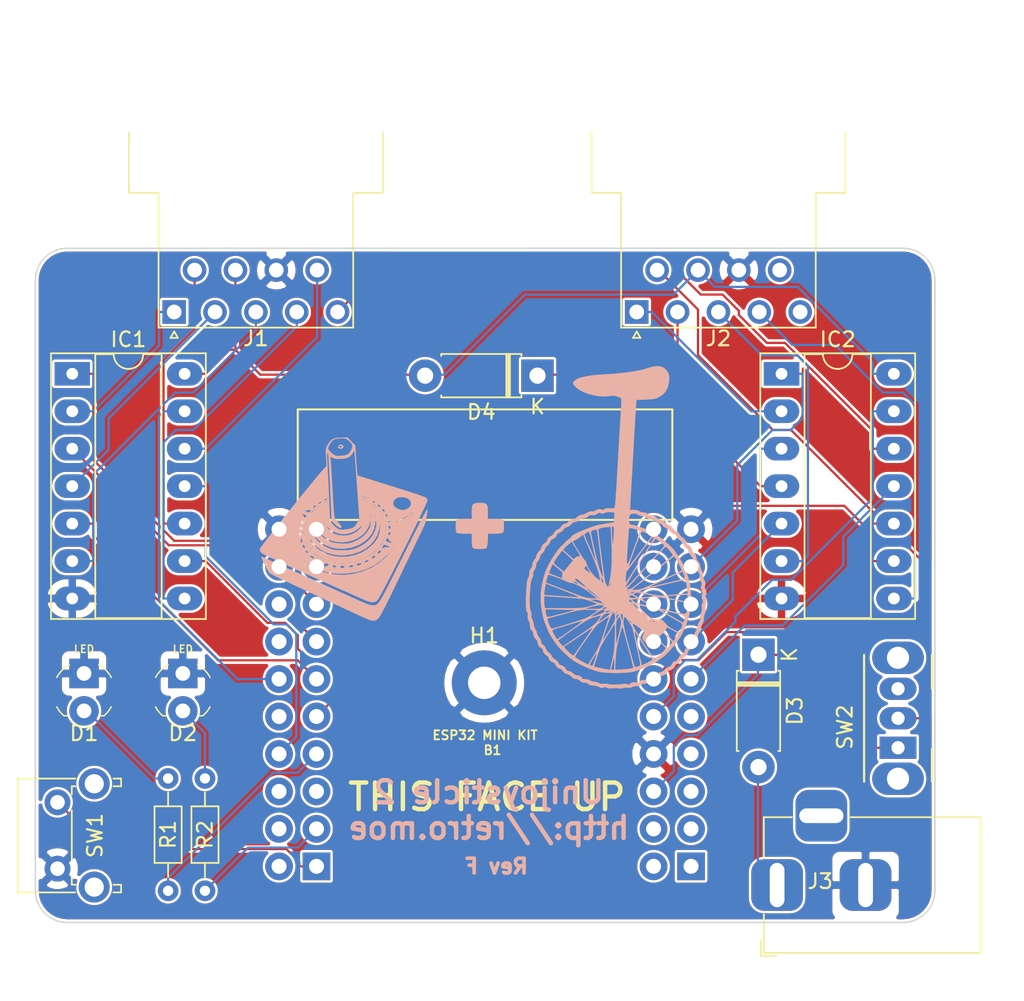
<source format=kicad_pcb>
(kicad_pcb (version 20171130) (host pcbnew 5.1.6-c6e7f7d~87~ubuntu20.04.1)
  (title_block (title "Unijoysticle 2") (date 2019-09-27) (rev D) (company "Retro Moe"))
  (layers (0 F.Cu signal) (31 B.Cu signal) (34 B.Paste user) (35 F.Paste user) (36 B.SilkS user) (37 F.SilkS user) (38 B.Mask user) (39 F.Mask user) (44 Edge.Cuts user))
  (net 0 "")
  (net 1 GND)
  (net 2 GPIO_J1POTX)
  (net 3 GPIO_J1DOWN)
  (net 4 GPIO_J1UP)
  (net 5 GPIO_J1POTY)
  (net 6 GPIO_J2LEFT)
  (net 7 GPIO_J2FIRE)
  (net 8 GPIO_J2RIGHT)
  (net 9 GPIO_J2DOWN)
  (net 10 GPIO_J2UP)
  (net 11 GPIO_J1FIRE)
  (net 12 GPIO_J1RIGHT)
  (net 13 GPIO_J1LEFT)
  (net 14 J1UP)
  (net 15 J1LEFT)
  (net 16 J1DOWN)
  (net 17 J1RIGHT)
  (net 18 J1POTX)
  (net 19 J1POTY)
  (net 20 J1FIRE)
  (net 21 J2UP)
  (net 22 J2LEFT)
  (net 23 J2DOWN)
  (net 24 J2RIGHT)
  (net 25 J2FIRE)
  (net 26 "Net-(D1-Pad2)")
  (net 27 VDD)
  (net 28 GPIO_SWITCH_JOY)
  (net 29 GPIO_J1LED)
  (net 30 GPIO_J2LED)
  (net 31 "Net-(D2-Pad2)")
  (net 32 "Net-(D3-Pad2)")
  (net 33 J1POWER)
  (net 34 "Net-(D4-Pad1)")
  (module Diode_THT:D_DO-41_SOD81_P7.62mm_Horizontal (layer F.Cu) (at 146.05 83.566 180)
    (fp_text reference D4 (at 3.81 -2.47) (layer F.SilkS))
    (fp_text value 1N5819)
    (fp_text user K (at 0 -2.1) (layer F.SilkS))
    (pad 2 thru_hole oval (at 7.62 0 180) (size 2.2 2.2) (drill 1.1) (layers *.Cu *.Mask) (net 33 J1POWER))
    (pad 1 thru_hole rect (at 0 0 180) (size 2.2 2.2) (drill 1.1) (layers *.Cu *.Mask) (net 34 "Net-(D4-Pad1)"))
  )
  (module Diode_THT:D_DO-41_SOD81_P7.62mm_Horizontal (layer F.Cu) (at 161.036 102.489 270)
    (fp_text reference D3 (at 3.81 -2.47 90) (layer F.SilkS))
    (fp_text value 1N5819)
    (fp_text user K (at 0 -2.1 90) (layer F.SilkS))
    (pad 2 thru_hole oval (at 7.62 0 270) (size 2.2 2.2) (drill 1.1) (layers *.Cu *.Mask) (net 32 "Net-(D3-Pad2)"))
    (pad 1 thru_hole rect (at 0 0 270) (size 2.2 2.2) (drill 1.1) (layers *.Cu *.Mask) (net 27 VDD))
  )
  (module MountingHole:MountingHole_2.2mm_M2_Pad (layer F.Cu) (at 142.44 104.394)
    (fp_text reference H1 (at 0 -3.2) (layer F.SilkS))
    (fp_text value MountingHole_Pad)
    (pad 1 thru_hole circle (at 0 0) (size 4.4 4.4) (drill 2.2) (layers *.Cu *.Mask) (net 1 GND))
  )
  (module Unijoysticle:unijoysticle_logo (layer B.Cu) (at 142.24 93.98 180)
    (fp_text reference G*** hide)
    (fp_text value LOGO hide)
  )
  (module Button_Switch_THT:SW_CuK_OS102011MA1QN1_SPDT_Angled (layer F.Cu) (at 170.5 108.8 90)
    (fp_text reference SW2 (at 1.4 -3.6 270) (layer F.SilkS))
    (fp_text value SW_SPST)
    (pad "" thru_hole oval (at 6.1 0 90) (size 2.2 3.5) (drill 1.5) (layers *.Cu *.Mask))
    (pad "" thru_hole oval (at -2.1 0 90) (size 2.2 3.5) (drill 1.5) (layers *.Cu *.Mask))
    (pad 3 thru_hole oval (at 4 0 90) (size 1.5 2.5) (drill 0.9) (layers *.Cu *.Mask))
    (pad 2 thru_hole oval (at 2 0 90) (size 1.5 2.5) (drill 0.9) (layers *.Cu *.Mask) (net 34 "Net-(D4-Pad1)"))
    (pad 1 thru_hole rect (at 0 0 90) (size 1.5 2.5) (drill 0.9) (layers *.Cu *.Mask) (net 27 VDD))
  )
  (module Package_DIP:DIP-14_W7.62mm_Socket_LongPads (layer F.Cu) (at 162.6 83.439)
    (fp_text reference IC2 (at 3.81 -2.33) (layer F.SilkS))
    (fp_text value 74LS05)
    (pad 14 thru_hole oval (at 7.62 0) (size 2.4 1.6) (drill 0.8) (layers *.Cu *.Mask) (net 33 J1POWER))
    (pad 7 thru_hole oval (at 0 15.24) (size 2.4 1.6) (drill 0.8) (layers *.Cu *.Mask) (net 1 GND))
    (pad 13 thru_hole oval (at 7.62 2.54) (size 2.4 1.6) (drill 0.8) (layers *.Cu *.Mask) (net 5 GPIO_J1POTY))
    (pad 6 thru_hole oval (at 0 12.7) (size 2.4 1.6) (drill 0.8) (layers *.Cu *.Mask) (net 22 J2LEFT))
    (pad 12 thru_hole oval (at 7.62 5.08) (size 2.4 1.6) (drill 0.8) (layers *.Cu *.Mask) (net 19 J1POTY))
    (pad 5 thru_hole oval (at 0 10.16) (size 2.4 1.6) (drill 0.8) (layers *.Cu *.Mask) (net 6 GPIO_J2LEFT))
    (pad 11 thru_hole oval (at 7.62 7.62) (size 2.4 1.6) (drill 0.8) (layers *.Cu *.Mask) (net 7 GPIO_J2FIRE))
    (pad 4 thru_hole oval (at 0 7.62) (size 2.4 1.6) (drill 0.8) (layers *.Cu *.Mask) (net 23 J2DOWN))
    (pad 10 thru_hole oval (at 7.62 10.16) (size 2.4 1.6) (drill 0.8) (layers *.Cu *.Mask) (net 25 J2FIRE))
    (pad 3 thru_hole oval (at 0 5.08) (size 2.4 1.6) (drill 0.8) (layers *.Cu *.Mask) (net 9 GPIO_J2DOWN))
    (pad 9 thru_hole oval (at 7.62 12.7) (size 2.4 1.6) (drill 0.8) (layers *.Cu *.Mask) (net 8 GPIO_J2RIGHT))
    (pad 2 thru_hole oval (at 0 2.54) (size 2.4 1.6) (drill 0.8) (layers *.Cu *.Mask) (net 21 J2UP))
    (pad 8 thru_hole oval (at 7.62 15.24) (size 2.4 1.6) (drill 0.8) (layers *.Cu *.Mask) (net 24 J2RIGHT))
    (pad 1 thru_hole rect (at 0 0) (size 2.4 1.6) (drill 0.8) (layers *.Cu *.Mask) (net 10 GPIO_J2UP))
  )
  (module Package_DIP:DIP-14_W7.62mm_Socket_LongPads (layer F.Cu) (at 114.5 83.439)
    (fp_text reference IC1 (at 3.81 -2.33) (layer F.SilkS))
    (fp_text value 74LS05)
    (pad 14 thru_hole oval (at 7.62 0) (size 2.4 1.6) (drill 0.8) (layers *.Cu *.Mask) (net 33 J1POWER))
    (pad 7 thru_hole oval (at 0 15.24) (size 2.4 1.6) (drill 0.8) (layers *.Cu *.Mask) (net 1 GND))
    (pad 13 thru_hole oval (at 7.62 2.54) (size 2.4 1.6) (drill 0.8) (layers *.Cu *.Mask) (net 2 GPIO_J1POTX))
    (pad 6 thru_hole oval (at 0 12.7) (size 2.4 1.6) (drill 0.8) (layers *.Cu *.Mask) (net 15 J1LEFT))
    (pad 12 thru_hole oval (at 7.62 5.08) (size 2.4 1.6) (drill 0.8) (layers *.Cu *.Mask) (net 18 J1POTX))
    (pad 5 thru_hole oval (at 0 10.16) (size 2.4 1.6) (drill 0.8) (layers *.Cu *.Mask) (net 13 GPIO_J1LEFT))
    (pad 11 thru_hole oval (at 7.62 7.62) (size 2.4 1.6) (drill 0.8) (layers *.Cu *.Mask) (net 11 GPIO_J1FIRE))
    (pad 4 thru_hole oval (at 0 7.62) (size 2.4 1.6) (drill 0.8) (layers *.Cu *.Mask) (net 16 J1DOWN))
    (pad 10 thru_hole oval (at 7.62 10.16) (size 2.4 1.6) (drill 0.8) (layers *.Cu *.Mask) (net 20 J1FIRE))
    (pad 3 thru_hole oval (at 0 5.08) (size 2.4 1.6) (drill 0.8) (layers *.Cu *.Mask) (net 3 GPIO_J1DOWN))
    (pad 9 thru_hole oval (at 7.62 12.7) (size 2.4 1.6) (drill 0.8) (layers *.Cu *.Mask) (net 12 GPIO_J1RIGHT))
    (pad 2 thru_hole oval (at 0 2.54) (size 2.4 1.6) (drill 0.8) (layers *.Cu *.Mask) (net 14 J1UP))
    (pad 8 thru_hole oval (at 7.62 15.24) (size 2.4 1.6) (drill 0.8) (layers *.Cu *.Mask) (net 17 J1RIGHT))
    (pad 1 thru_hole rect (at 0 0) (size 2.4 1.6) (drill 0.8) (layers *.Cu *.Mask) (net 4 GPIO_J1UP))
  )
  (module Unijoysticle:BarrelJack_Horizontal (layer F.Cu) (at 162.3 118.11 180)
    (fp_text reference J3 (at -2.921 0.254 180) (layer F.SilkS))
    (fp_text value Barrel_Jack)
    (pad 3 thru_hole roundrect (at -3 4.7 180) (size 3.5 3.5) (drill oval 3 1) (layers *.Cu *.Mask))
    (pad 2 thru_hole roundrect (at -6 0 180) (size 3.5 3.5) (drill oval 1 3) (layers *.Cu *.Mask) (net 1 GND))
    (pad 1 thru_hole roundrect (at 0 0 180) (size 3.5 3.5) (drill oval 1 3) (layers *.Cu *.Mask) (net 32 "Net-(D3-Pad2)"))
  )
  (module Unijoysticle:MH-ET_LIVE_MINIKIT_ESP32 (layer F.Cu) (at 127.254 125.73)
    (fp_text reference B1 (at 15.748 -16.764) (layer F.SilkS) (effects (font (size 0.6096 0.6096) (thickness 0.127))))
    (fp_text value "ESP32 MINI KIT" (at 15.24 -17.78) (layer F.SilkS) (effects (font (size 0.6096 0.6096) (thickness 0.127))))
    (pad 6 thru_hole rect (at 29.21 -8.89) (size 1.8796 1.8796) (drill 1.016) (layers *.Cu *.Mask))
    (pad 8 thru_hole circle (at 29.21 -11.43) (size 1.8796 1.8796) (drill 1.016) (layers *.Cu *.Mask))
    (pad "" thru_hole circle (at 29.21 -13.97) (size 1.8796 1.8796) (drill 1.016) (layers *.Cu *.Mask))
    (pad 0 thru_hole circle (at 29.21 -16.51) (size 1.8796 1.8796) (drill 1.016) (layers *.Cu *.Mask))
    (pad 4 thru_hole circle (at 29.21 -19.05) (size 1.8796 1.8796) (drill 1.016) (layers *.Cu *.Mask))
    (pad 12 thru_hole circle (at 29.21 -21.59) (size 1.8796 1.8796) (drill 1.016) (layers *.Cu *.Mask) (net 7 GPIO_J2FIRE))
    (pad 32 thru_hole circle (at 29.21 -24.13) (size 1.8796 1.8796) (drill 1.016) (layers *.Cu *.Mask) (net 6 GPIO_J2LEFT))
    (pad 25 thru_hole circle (at 29.21 -26.67) (size 1.8796 1.8796) (drill 1.016) (layers *.Cu *.Mask) (net 9 GPIO_J2DOWN))
    (pad 27 thru_hole circle (at 29.21 -29.21) (size 1.8796 1.8796) (drill 1.016) (layers *.Cu *.Mask) (net 10 GPIO_J2UP))
    (pad 1 thru_hole circle (at 29.21 -31.75) (size 1.8796 1.8796) (drill 1.016) (layers *.Cu *.Mask) (net 1 GND))
    (pad 7 thru_hole circle (at 26.67 -8.89) (size 1.8796 1.8796) (drill 1.016) (layers *.Cu *.Mask))
    (pad 15 thru_hole circle (at 26.67 -11.43) (size 1.8796 1.8796) (drill 1.016) (layers *.Cu *.Mask))
    (pad 2 thru_hole circle (at 26.67 -13.97) (size 1.8796 1.8796) (drill 1.016) (layers *.Cu *.Mask) (net 27 VDD))
    (pad 1 thru_hole circle (at 26.67 -16.51) (size 1.8796 1.8796) (drill 1.016) (layers *.Cu *.Mask) (net 1 GND))
    (pad 16 thru_hole circle (at 26.67 -19.05) (size 1.8796 1.8796) (drill 1.016) (layers *.Cu *.Mask) (net 5 GPIO_J1POTY))
    (pad 17 thru_hole circle (at 26.67 -21.59) (size 1.8796 1.8796) (drill 1.016) (layers *.Cu *.Mask) (net 8 GPIO_J2RIGHT))
    (pad 21 thru_hole circle (at 26.67 -24.13) (size 1.8796 1.8796) (drill 1.016) (layers *.Cu *.Mask))
    (pad 22 thru_hole circle (at 26.67 -26.67) (size 1.8796 1.8796) (drill 1.016) (layers *.Cu *.Mask))
    (pad 3 thru_hole circle (at 26.67 -29.21) (size 1.8796 1.8796) (drill 1.016) (layers *.Cu *.Mask))
    (pad "" thru_hole circle (at 26.67 -31.75) (size 1.8796 1.8796) (drill 1.016) (layers *.Cu *.Mask))
    (pad "" thru_hole circle (at 3.81 -31.75) (size 1.8796 1.8796) (drill 1.016) (layers *.Cu *.Mask))
    (pad 36 thru_hole circle (at 3.81 -29.21) (size 1.8796 1.8796) (drill 1.016) (layers *.Cu *.Mask))
    (pad 26 thru_hole circle (at 3.81 -26.67) (size 1.8796 1.8796) (drill 1.016) (layers *.Cu *.Mask) (net 4 GPIO_J1UP))
    (pad 18 thru_hole circle (at 3.81 -24.13) (size 1.8796 1.8796) (drill 1.016) (layers *.Cu *.Mask) (net 3 GPIO_J1DOWN))
    (pad 19 thru_hole circle (at 3.81 -21.59) (size 1.8796 1.8796) (drill 1.016) (layers *.Cu *.Mask) (net 13 GPIO_J1LEFT))
    (pad 23 thru_hole circle (at 3.81 -19.05) (size 1.8796 1.8796) (drill 1.016) (layers *.Cu *.Mask) (net 12 GPIO_J1RIGHT))
    (pad 5 thru_hole circle (at 3.81 -16.51) (size 1.8796 1.8796) (drill 1.016) (layers *.Cu *.Mask) (net 29 GPIO_J1LED))
    (pad "" thru_hole circle (at 3.81 -13.97) (size 1.8796 1.8796) (drill 1.016) (layers *.Cu *.Mask))
    (pad 13 thru_hole circle (at 3.81 -11.43) (size 1.8796 1.8796) (drill 1.016) (layers *.Cu *.Mask) (net 30 GPIO_J2LED))
    (pad 10 thru_hole rect (at 3.81 -8.89) (size 1.8796 1.8796) (drill 1.016) (layers *.Cu *.Mask) (net 28 GPIO_SWITCH_JOY))
    (pad 1 thru_hole circle (at 1.27 -31.75) (size 1.8796 1.8796) (drill 1.016) (layers *.Cu *.Mask) (net 1 GND))
    (pad "" thru_hole circle (at 1.27 -29.21) (size 1.8796 1.8796) (drill 1.016) (layers *.Cu *.Mask))
    (pad 39 thru_hole circle (at 1.27 -26.67) (size 1.8796 1.8796) (drill 1.016) (layers *.Cu *.Mask))
    (pad 35 thru_hole circle (at 1.27 -24.13) (size 1.8796 1.8796) (drill 1.016) (layers *.Cu *.Mask))
    (pad 33 thru_hole circle (at 1.27 -21.59) (size 1.8796 1.8796) (drill 1.016) (layers *.Cu *.Mask) (net 2 GPIO_J1POTX))
    (pad 34 thru_hole circle (at 1.27 -19.05) (size 1.8796 1.8796) (drill 1.016) (layers *.Cu *.Mask))
    (pad 14 thru_hole circle (at 1.27 -16.51) (size 1.8796 1.8796) (drill 1.016) (layers *.Cu *.Mask) (net 11 GPIO_J1FIRE))
    (pad "" thru_hole circle (at 1.27 -13.97) (size 1.8796 1.8796) (drill 1.016) (layers *.Cu *.Mask))
    (pad 9 thru_hole circle (at 1.27 -11.43) (size 1.8796 1.8796) (drill 1.016) (layers *.Cu *.Mask))
    (pad 11 thru_hole circle (at 1.27 -8.89) (size 1.8796 1.8796) (drill 1.016) (layers *.Cu *.Mask))
  )
  (module Resistor_THT:R_Axial_DIN0204_L3.6mm_D1.6mm_P7.62mm_Horizontal (layer F.Cu) (at 123.5 118.5 90)
    (fp_text reference R2 (at 3.81 0 90) (layer F.SilkS))
    (fp_text value 150)
    (pad 2 thru_hole oval (at 7.62 0 90) (size 1.4 1.4) (drill 0.7) (layers *.Cu *.Mask) (net 31 "Net-(D2-Pad2)"))
    (pad 1 thru_hole circle (at 0 0 90) (size 1.4 1.4) (drill 0.7) (layers *.Cu *.Mask) (net 30 GPIO_J2LED))
  )
  (module Resistor_THT:R_Axial_DIN0204_L3.6mm_D1.6mm_P7.62mm_Horizontal (layer F.Cu) (at 121 118.5 90)
    (fp_text reference R1 (at 3.81 0 90) (layer F.SilkS))
    (fp_text value 150)
    (pad 2 thru_hole oval (at 7.62 0 90) (size 1.4 1.4) (drill 0.7) (layers *.Cu *.Mask) (net 26 "Net-(D1-Pad2)"))
    (pad 1 thru_hole circle (at 0 0 90) (size 1.4 1.4) (drill 0.7) (layers *.Cu *.Mask) (net 29 GPIO_J1LED))
  )
  (module digikey-footprints:LED_3mm_Radial (layer F.Cu) (at 115.3 106.3 270)
    (fp_text reference D1 (at 1.524 0) (layer F.SilkS))
    (fp_text value LED (at -4.191 0) (layer F.SilkS) (effects (font (size 0.5 0.5) (thickness 0.1))))
    (pad 2 thru_hole circle (at 0 0 270) (size 2 2) (drill 1) (layers *.Cu *.Mask) (net 26 "Net-(D1-Pad2)"))
    (pad 1 thru_hole rect (at -2.54 0 270) (size 2 2) (drill 1) (layers *.Cu *.Mask) (net 1 GND))
  )
  (module Button_Switch_THT:SW_Tactile_SPST_Angled_PTS645Vx39-2LFS (layer F.Cu) (at 113.5 117 90)
    (fp_text reference SW1 (at 2.25 2.54 90) (layer F.SilkS))
    (fp_text value SW_Push)
    (pad "" thru_hole circle (at 5.76 2.49 90) (size 2.1 2.1) (drill 1.3) (layers *.Cu *.Mask))
    (pad 2 thru_hole circle (at 4.5 0 90) (size 1.75 1.75) (drill 0.99) (layers *.Cu *.Mask) (net 28 GPIO_SWITCH_JOY))
    (pad 1 thru_hole circle (at 0 0 90) (size 1.75 1.75) (drill 0.99) (layers *.Cu *.Mask) (net 1 GND))
    (pad "" thru_hole circle (at -1.25 2.49 90) (size 2.1 2.1) (drill 1.3) (layers *.Cu *.Mask))
  )
  (module Connector_Dsub:DSUB-9_Female_Horizontal_P2.77x2.84mm_EdgePinOffset9.40mm (layer F.Cu) (at 121.412 79.248 180)
    (fp_text reference J1 (at -5.54 -1.8 180) (layer F.SilkS))
    (fp_text value DB9_Female)
    (pad 1 thru_hole rect (at 0 0 180) (size 1.6 1.6) (drill 1) (layers *.Cu *.Mask) (net 14 J1UP))
    (pad 2 thru_hole circle (at -2.77 0 180) (size 1.6 1.6) (drill 1) (layers *.Cu *.Mask) (net 16 J1DOWN))
    (pad 3 thru_hole circle (at -5.54 0 180) (size 1.6 1.6) (drill 1) (layers *.Cu *.Mask) (net 15 J1LEFT))
    (pad 4 thru_hole circle (at -8.31 0 180) (size 1.6 1.6) (drill 1) (layers *.Cu *.Mask) (net 17 J1RIGHT))
    (pad 5 thru_hole circle (at -11.08 0 180) (size 1.6 1.6) (drill 1) (layers *.Cu *.Mask) (net 19 J1POTY))
    (pad 6 thru_hole circle (at -1.385 2.84 180) (size 1.6 1.6) (drill 1) (layers *.Cu *.Mask) (net 20 J1FIRE))
    (pad 7 thru_hole circle (at -4.155 2.84 180) (size 1.6 1.6) (drill 1) (layers *.Cu *.Mask) (net 33 J1POWER))
    (pad 8 thru_hole circle (at -6.925 2.84 180) (size 1.6 1.6) (drill 1) (layers *.Cu *.Mask) (net 1 GND))
    (pad 9 thru_hole circle (at -9.695 2.84 180) (size 1.6 1.6) (drill 1) (layers *.Cu *.Mask) (net 18 J1POTX))
  )
  (module digikey-footprints:LED_3mm_Radial (layer F.Cu) (at 122 106.3 270)
    (fp_text reference D2 (at 1.524 0) (layer F.SilkS))
    (fp_text value LED (at -4.191 0 180) (layer F.SilkS) (effects (font (size 0.5 0.5) (thickness 0.1))))
    (pad 2 thru_hole circle (at 0 0 270) (size 2 2) (drill 1) (layers *.Cu *.Mask) (net 31 "Net-(D2-Pad2)"))
    (pad 1 thru_hole rect (at -2.54 0 270) (size 2 2) (drill 1) (layers *.Cu *.Mask) (net 1 GND))
  )
  (module Connector_Dsub:DSUB-9_Female_Horizontal_P2.77x2.84mm_EdgePinOffset9.40mm (layer F.Cu) (at 152.781 79.248 180)
    (fp_text reference J2 (at -5.54 -1.8 180) (layer F.SilkS))
    (fp_text value DB9_Female)
    (pad 1 thru_hole rect (at 0 0 180) (size 1.6 1.6) (drill 1) (layers *.Cu *.Mask) (net 21 J2UP))
    (pad 2 thru_hole circle (at -2.77 0 180) (size 1.6 1.6) (drill 1) (layers *.Cu *.Mask) (net 23 J2DOWN))
    (pad 3 thru_hole circle (at -5.54 0 180) (size 1.6 1.6) (drill 1) (layers *.Cu *.Mask) (net 22 J2LEFT))
    (pad 4 thru_hole circle (at -8.31 0 180) (size 1.6 1.6) (drill 1) (layers *.Cu *.Mask) (net 24 J2RIGHT))
    (pad 5 thru_hole circle (at -11.08 0 180) (size 1.6 1.6) (drill 1) (layers *.Cu *.Mask))
    (pad 6 thru_hole circle (at -1.385 2.84 180) (size 1.6 1.6) (drill 1) (layers *.Cu *.Mask) (net 25 J2FIRE))
    (pad 7 thru_hole circle (at -4.155 2.84 180) (size 1.6 1.6) (drill 1) (layers *.Cu *.Mask) (net 33 J1POWER))
    (pad 8 thru_hole circle (at -6.925 2.84 180) (size 1.6 1.6) (drill 1) (layers *.Cu *.Mask) (net 1 GND))
    (pad 9 thru_hole circle (at -9.695 2.84 180) (size 1.6 1.6) (drill 1) (layers *.Cu *.Mask))
  )
  (gr_arc (start 170.84 118.491) (end 170.84 120.65) (angle -90) (layer Edge.Cuts) (width 0.1))
  (gr_arc (start 114.159 118.491) (end 114.159 120.65) (angle 90) (layer Edge.Cuts) (width 0.1))
  (gr_text "Rev F" (at 143.256 116.84) (layer B.SilkS) (effects (font (size 1 1) (thickness 0.25)) (justify mirror)))
  (gr_arc (start 170.84 77.089) (end 173 77.089) (angle -90) (layer Edge.Cuts) (width 0.1))
  (gr_arc (start 114.159 77.089) (end 114.159 74.93) (angle -90) (layer Edge.Cuts) (width 0.1))
  (gr_text "THIS FACE UP" (at 142.621 112.141) (layer F.SilkS) (effects (font (size 1.8 1.8) (thickness 0.3))))
  (gr_text "Unijoysticle 2\nhttp://retro.moe" (at 142.748 113.03) (layer B.SilkS) (effects (font (size 1.5 1.5) (thickness 0.3)) (justify mirror)))
  (gr_line (start 114.159 120.65) (end 170.84 120.65) (layer Edge.Cuts) (width 0.1))
  (gr_line (start 112 77.089) (end 112 118.491) (layer Edge.Cuts) (width 0.1))
  (gr_line (start 170.84 74.929) (end 114.159 74.93) (layer Edge.Cuts) (width 0.1))
  (gr_line (start 173 77.089) (end 172.999 118.491) (layer Edge.Cuts) (width 0.1))
  (segment (start 122.12 85.979) (end 120.6911 85.979) (width 0.1524) (layer B.Cu) (net 2))
  (segment (start 128.524 104.14) (end 125.7002 104.14) (width 0.1524) (layer B.Cu) (net 2))
  (segment (start 125.7002 104.14) (end 120.3835 98.8233) (width 0.1524) (layer B.Cu) (net 2))
  (segment (start 120.3835 98.8233) (end 120.3835 86.2866) (width 0.1524) (layer B.Cu) (net 2))
  (segment (start 120.3835 86.2866) (end 120.6911 85.979) (width 0.1524) (layer B.Cu) (net 2))
  (segment (start 114.5 88.519) (end 121.05 95.069) (width 0.1524) (layer F.Cu) (net 3))
  (segment (start 121.05 95.069) (end 124.0127 95.069) (width 0.1524) (layer F.Cu) (net 3))
  (segment (start 124.0127 95.069) (end 126.7337 97.79) (width 0.1524) (layer F.Cu) (net 3))
  (segment (start 126.7337 97.79) (end 128.923 97.79) (width 0.1524) (layer F.Cu) (net 3))
  (segment (start 128.923 97.79) (end 129.794 98.661) (width 0.1524) (layer F.Cu) (net 3))
  (segment (start 129.794 98.661) (end 129.794 100.33) (width 0.1524) (layer F.Cu) (net 3))
  (segment (start 129.794 100.33) (end 131.064 101.6) (width 0.1524) (layer F.Cu) (net 3))
  (segment (start 114.5 83.439) (end 115.9289 83.439) (width 0.1524) (layer F.Cu) (net 4))
  (segment (start 131.064 99.06) (end 129.6928 97.6888) (width 0.1524) (layer F.Cu) (net 4))
  (segment (start 129.6928 97.6888) (end 129.6928 96.0013) (width 0.1524) (layer F.Cu) (net 4))
  (segment (start 129.6928 96.0013) (end 129.0427 95.3512) (width 0.1524) (layer F.Cu) (net 4))
  (segment (start 129.0427 95.3512) (end 126.0301 95.3512) (width 0.1524) (layer F.Cu) (net 4))
  (segment (start 126.0301 95.3512) (end 125.4427 94.7638) (width 0.1524) (layer F.Cu) (net 4))
  (segment (start 125.4427 94.7638) (end 121.4107 94.7638) (width 0.1524) (layer F.Cu) (net 4))
  (segment (start 121.4107 94.7638) (end 115.9289 89.282) (width 0.1524) (layer F.Cu) (net 4))
  (segment (start 115.9289 89.282) (end 115.9289 83.439) (width 0.1524) (layer F.Cu) (net 4))
  (segment (start 170.22 85.979) (end 168.7911 85.979) (width 0.1524) (layer B.Cu) (net 5))
  (segment (start 153.924 106.68) (end 155.2953 105.3087) (width 0.1524) (layer B.Cu) (net 5))
  (segment (start 155.2953 105.3087) (end 155.2953 103.633) (width 0.1524) (layer B.Cu) (net 5))
  (segment (start 155.2953 103.633) (end 156.0583 102.87) (width 0.1524) (layer B.Cu) (net 5))
  (segment (start 156.0583 102.87) (end 156.8597 102.87) (width 0.1524) (layer B.Cu) (net 5))
  (segment (start 156.8597 102.87) (end 159.4687 100.261) (width 0.1524) (layer B.Cu) (net 5))
  (segment (start 159.4687 100.261) (end 159.4687 99.9044) (width 0.1524) (layer B.Cu) (net 5))
  (segment (start 159.4687 99.9044) (end 161.9641 97.409) (width 0.1524) (layer B.Cu) (net 5))
  (segment (start 161.9641 97.409) (end 163.2547 97.409) (width 0.1524) (layer B.Cu) (net 5))
  (segment (start 163.2547 97.409) (end 168.7911 91.8726) (width 0.1524) (layer B.Cu) (net 5))
  (segment (start 168.7911 91.8726) (end 168.7911 85.979) (width 0.1524) (layer B.Cu) (net 5))
  (segment (start 156.464 101.6) (end 159.2939 98.7701) (width 0.1524) (layer B.Cu) (net 6))
  (segment (start 159.2939 98.7701) (end 159.2939 96.9051) (width 0.1524) (layer B.Cu) (net 6))
  (segment (start 159.2939 96.9051) (end 162.6 93.599) (width 0.1524) (layer B.Cu) (net 6))
  (segment (start 156.464 104.14) (end 160.0937 100.5103) (width 0.1524) (layer B.Cu) (net 7))
  (segment (start 160.0937 100.5103) (end 162.6827 100.5103) (width 0.1524) (layer B.Cu) (net 7))
  (segment (start 162.6827 100.5103) (end 166.7846 96.4084) (width 0.1524) (layer B.Cu) (net 7))
  (segment (start 166.7846 96.4084) (end 166.7846 94.4944) (width 0.1524) (layer B.Cu) (net 7))
  (segment (start 166.7846 94.4944) (end 170.22 91.059) (width 0.1524) (layer B.Cu) (net 7))
  (segment (start 170.22 96.139) (end 168.7911 96.139) (width 0.1524) (layer F.Cu) (net 8))
  (segment (start 153.924 104.14) (end 155.2154 102.8486) (width 0.1524) (layer F.Cu) (net 8))
  (segment (start 155.2154 102.8486) (end 156.9743 102.8486) (width 0.1524) (layer F.Cu) (net 8))
  (segment (start 156.9743 102.8486) (end 158.8679 100.955) (width 0.1524) (layer F.Cu) (net 8))
  (segment (start 158.8679 100.955) (end 163.9751 100.955) (width 0.1524) (layer F.Cu) (net 8))
  (segment (start 163.9751 100.955) (end 168.7911 96.139) (width 0.1524) (layer F.Cu) (net 8))
  (segment (start 162.6 88.519) (end 161.1711 88.519) (width 0.1524) (layer B.Cu) (net 9))
  (segment (start 156.464 99.06) (end 161.1711 94.3529) (width 0.1524) (layer B.Cu) (net 9))
  (segment (start 161.1711 94.3529) (end 161.1711 88.519) (width 0.1524) (layer B.Cu) (net 9))
  (segment (start 162.6 83.439) (end 164.0289 83.439) (width 0.1524) (layer B.Cu) (net 10))
  (segment (start 156.464 96.52) (end 159.5976 93.3864) (width 0.1524) (layer B.Cu) (net 10))
  (segment (start 159.5976 93.3864) (end 159.5976 89.6344) (width 0.1524) (layer B.Cu) (net 10))
  (segment (start 159.5976 89.6344) (end 161.983 87.249) (width 0.1524) (layer B.Cu) (net 10))
  (segment (start 161.983 87.249) (end 163.2275 87.249) (width 0.1524) (layer B.Cu) (net 10))
  (segment (start 163.2275 87.249) (end 164.0289 86.4476) (width 0.1524) (layer B.Cu) (net 10))
  (segment (start 164.0289 86.4476) (end 164.0289 83.439) (width 0.1524) (layer B.Cu) (net 10))
  (segment (start 122.12 91.059) (end 123.5489 91.059) (width 0.1524) (layer B.Cu) (net 11))
  (segment (start 128.524 109.22) (end 129.6928 108.0512) (width 0.1524) (layer B.Cu) (net 11))
  (segment (start 129.6928 108.0512) (end 129.6928 101.0813) (width 0.1524) (layer B.Cu) (net 11))
  (segment (start 129.6928 101.0813) (end 129.0427 100.4312) (width 0.1524) (layer B.Cu) (net 11))
  (segment (start 129.0427 100.4312) (end 128.1572 100.4312) (width 0.1524) (layer B.Cu) (net 11))
  (segment (start 128.1572 100.4312) (end 123.5489 95.8229) (width 0.1524) (layer B.Cu) (net 11))
  (segment (start 123.5489 95.8229) (end 123.5489 91.059) (width 0.1524) (layer B.Cu) (net 11))
  (segment (start 122.12 96.139) (end 123.5489 96.139) (width 0.1524) (layer F.Cu) (net 12))
  (segment (start 131.064 106.68) (end 132.2545 105.4895) (width 0.1524) (layer F.Cu) (net 12))
  (segment (start 132.2545 105.4895) (end 132.2545 103.6172) (width 0.1524) (layer F.Cu) (net 12))
  (segment (start 132.2545 103.6172) (end 131.5075 102.8702) (width 0.1524) (layer F.Cu) (net 12))
  (segment (start 131.5075 102.8702) (end 130.5819 102.8702) (width 0.1524) (layer F.Cu) (net 12))
  (segment (start 130.5819 102.8702) (end 129.794 102.0823) (width 0.1524) (layer F.Cu) (net 12))
  (segment (start 129.794 102.0823) (end 129.794 101.1704) (width 0.1524) (layer F.Cu) (net 12))
  (segment (start 129.794 101.1704) (end 128.9536 100.33) (width 0.1524) (layer F.Cu) (net 12))
  (segment (start 128.9536 100.33) (end 127.7399 100.33) (width 0.1524) (layer F.Cu) (net 12))
  (segment (start 127.7399 100.33) (end 123.5489 96.139) (width 0.1524) (layer F.Cu) (net 12))
  (segment (start 114.5 93.599) (end 115.9289 93.599) (width 0.1524) (layer F.Cu) (net 13))
  (segment (start 131.064 104.14) (end 129.794 102.87) (width 0.1524) (layer F.Cu) (net 13))
  (segment (start 129.794 102.87) (end 124.3976 102.87) (width 0.1524) (layer F.Cu) (net 13))
  (segment (start 124.3976 102.87) (end 115.9289 94.4013) (width 0.1524) (layer F.Cu) (net 13))
  (segment (start 115.9289 94.4013) (end 115.9289 93.599) (width 0.1524) (layer F.Cu) (net 13))
  (segment (start 114.5 85.979) (end 115.9289 85.979) (width 0.1524) (layer B.Cu) (net 14))
  (segment (start 121.412 79.248) (end 120.3831 79.248) (width 0.1524) (layer B.Cu) (net 14))
  (segment (start 120.3831 79.248) (end 120.3831 81.5248) (width 0.1524) (layer B.Cu) (net 14))
  (segment (start 120.3831 81.5248) (end 115.9289 85.979) (width 0.1524) (layer B.Cu) (net 14))
  (segment (start 114.5 96.139) (end 115.9289 96.139) (width 0.1524) (layer B.Cu) (net 15))
  (segment (start 126.952 79.248) (end 126.952 80.47) (width 0.1524) (layer B.Cu) (net 15))
  (segment (start 126.952 80.47) (end 122.713 84.709) (width 0.1524) (layer B.Cu) (net 15))
  (segment (start 122.713 84.709) (end 121.4865 84.709) (width 0.1524) (layer B.Cu) (net 15))
  (segment (start 121.4865 84.709) (end 115.9289 90.2666) (width 0.1524) (layer B.Cu) (net 15))
  (segment (start 115.9289 90.2666) (end 115.9289 96.139) (width 0.1524) (layer B.Cu) (net 15))
  (segment (start 124.182 79.248) (end 116.9638 86.4662) (width 0.1524) (layer B.Cu) (net 16))
  (segment (start 116.9638 86.4662) (end 116.9638 88.5952) (width 0.1524) (layer B.Cu) (net 16))
  (segment (start 116.9638 88.5952) (end 114.5 91.059) (width 0.1524) (layer B.Cu) (net 16))
  (segment (start 122.12 98.679) (end 120.6911 98.679) (width 0.1524) (layer B.Cu) (net 17))
  (segment (start 129.722 79.248) (end 129.722 80.2371) (width 0.1524) (layer B.Cu) (net 17))
  (segment (start 129.722 80.2371) (end 122.7101 87.249) (width 0.1524) (layer B.Cu) (net 17))
  (segment (start 122.7101 87.249) (end 121.527 87.249) (width 0.1524) (layer B.Cu) (net 17))
  (segment (start 121.527 87.249) (end 120.6911 88.0849) (width 0.1524) (layer B.Cu) (net 17))
  (segment (start 120.6911 88.0849) (end 120.6911 98.679) (width 0.1524) (layer B.Cu) (net 17))
  (segment (start 122.12 88.519) (end 123.5489 88.519) (width 0.1524) (layer B.Cu) (net 18))
  (segment (start 131.107 76.408) (end 131.107 80.9609) (width 0.1524) (layer B.Cu) (net 18))
  (segment (start 131.107 80.9609) (end 123.5489 88.519) (width 0.1524) (layer B.Cu) (net 18))
  (segment (start 170.22 88.519) (end 168.7911 88.519) (width 0.1524) (layer F.Cu) (net 19))
  (segment (start 132.492 79.248) (end 136.393 75.347) (width 0.1524) (layer F.Cu) (net 19))
  (segment (start 136.393 75.347) (end 154.579 75.347) (width 0.1524) (layer F.Cu) (net 19))
  (segment (start 154.579 75.347) (end 155.551 76.319) (width 0.1524) (layer F.Cu) (net 19))
  (segment (start 155.551 76.319) (end 155.551 76.4955) (width 0.1524) (layer F.Cu) (net 19))
  (segment (start 155.551 76.4955) (end 157.1219 78.0664) (width 0.1524) (layer F.Cu) (net 19))
  (segment (start 157.1219 78.0664) (end 158.6042 78.0664) (width 0.1524) (layer F.Cu) (net 19))
  (segment (start 158.6042 78.0664) (end 159.7061 79.1683) (width 0.1524) (layer F.Cu) (net 19))
  (segment (start 159.7061 79.1683) (end 159.7061 79.4455) (width 0.1524) (layer F.Cu) (net 19))
  (segment (start 159.7061 79.4455) (end 161.6041 81.3435) (width 0.1524) (layer F.Cu) (net 19))
  (segment (start 161.6041 81.3435) (end 162.8377 81.3435) (width 0.1524) (layer F.Cu) (net 19))
  (segment (start 162.8377 81.3435) (end 168.7911 87.2969) (width 0.1524) (layer F.Cu) (net 19))
  (segment (start 168.7911 87.2969) (end 168.7911 88.519) (width 0.1524) (layer F.Cu) (net 19))
  (segment (start 122.12 93.599) (end 120.6911 93.599) (width 0.1524) (layer F.Cu) (net 20))
  (segment (start 122.797 76.408) (end 122.797 80.3987) (width 0.1524) (layer F.Cu) (net 20))
  (segment (start 122.797 80.3987) (end 120.6911 82.5046) (width 0.1524) (layer F.Cu) (net 20))
  (segment (start 120.6911 82.5046) (end 120.6911 93.599) (width 0.1524) (layer F.Cu) (net 20))
  (segment (start 152.781 79.248) (end 153.8099 79.248) (width 0.1524) (layer B.Cu) (net 21))
  (segment (start 153.8099 79.248) (end 160.5409 85.979) (width 0.1524) (layer B.Cu) (net 21))
  (segment (start 160.5409 85.979) (end 162.6 85.979) (width 0.1524) (layer B.Cu) (net 21))
  (segment (start 162.6 96.139) (end 164.0289 96.139) (width 0.1524) (layer B.Cu) (net 22))
  (segment (start 158.321 79.248) (end 161.2721 82.1991) (width 0.1524) (layer B.Cu) (net 22))
  (segment (start 161.2721 82.1991) (end 163.6858 82.1991) (width 0.1524) (layer B.Cu) (net 22))
  (segment (start 163.6858 82.1991) (end 164.3895 82.9028) (width 0.1524) (layer B.Cu) (net 22))
  (segment (start 164.3895 82.9028) (end 164.3895 95.7784) (width 0.1524) (layer B.Cu) (net 22))
  (segment (start 164.3895 95.7784) (end 164.0289 96.139) (width 0.1524) (layer B.Cu) (net 22))
  (segment (start 162.6 91.059) (end 161.1711 91.059) (width 0.1524) (layer F.Cu) (net 23))
  (segment (start 155.551 79.248) (end 155.551 85.4389) (width 0.1524) (layer F.Cu) (net 23))
  (segment (start 155.551 85.4389) (end 161.1711 91.059) (width 0.1524) (layer F.Cu) (net 23))
  (segment (start 170.22 98.679) (end 171.6489 98.679) (width 0.1524) (layer B.Cu) (net 24))
  (segment (start 161.091 79.248) (end 163.3231 81.4801) (width 0.1524) (layer B.Cu) (net 24))
  (segment (start 163.3231 81.4801) (end 166.2447 81.4801) (width 0.1524) (layer B.Cu) (net 24))
  (segment (start 166.2447 81.4801) (end 169.4736 84.709) (width 0.1524) (layer B.Cu) (net 24))
  (segment (start 169.4736 84.709) (end 170.8333 84.709) (width 0.1524) (layer B.Cu) (net 24))
  (segment (start 170.8333 84.709) (end 171.6489 85.5246) (width 0.1524) (layer B.Cu) (net 24))
  (segment (start 171.6489 85.5246) (end 171.6489 98.679) (width 0.1524) (layer B.Cu) (net 24))
  (segment (start 170.22 93.599) (end 168.7911 93.599) (width 0.1524) (layer F.Cu) (net 25))
  (segment (start 154.166 76.408) (end 154.2604 76.408) (width 0.1524) (layer F.Cu) (net 25))
  (segment (start 154.2604 76.408) (end 156.9361 79.0837) (width 0.1524) (layer F.Cu) (net 25))
  (segment (start 156.9361 79.0837) (end 156.9361 82.1734) (width 0.1524) (layer F.Cu) (net 25))
  (segment (start 156.9361 82.1734) (end 162.0117 87.249) (width 0.1524) (layer F.Cu) (net 25))
  (segment (start 162.0117 87.249) (end 163.2434 87.249) (width 0.1524) (layer F.Cu) (net 25))
  (segment (start 163.2434 87.249) (end 168.7911 92.7967) (width 0.1524) (layer F.Cu) (net 25))
  (segment (start 168.7911 92.7967) (end 168.7911 93.599) (width 0.1524) (layer F.Cu) (net 25))
  (segment (start 121 110.88) (end 120.0711 110.88) (width 0.1524) (layer B.Cu) (net 26))
  (segment (start 115.3 106.3) (end 115.4911 106.3) (width 0.1524) (layer B.Cu) (net 26))
  (segment (start 115.4911 106.3) (end 120.0711 110.88) (width 0.1524) (layer B.Cu) (net 26))
  (segment (start 161 102.5) (end 161 103.8289) (width 0.1524) (layer B.Cu) (net 27))
  (segment (start 153.924 111.76) (end 155.2953 110.3887) (width 0.1524) (layer B.Cu) (net 27))
  (segment (start 155.2953 110.3887) (end 155.2953 108.713) (width 0.1524) (layer B.Cu) (net 27))
  (segment (start 155.2953 108.713) (end 156.0583 107.95) (width 0.1524) (layer B.Cu) (net 27))
  (segment (start 156.0583 107.95) (end 156.8789 107.95) (width 0.1524) (layer B.Cu) (net 27))
  (segment (start 156.8789 107.95) (end 161 103.8289) (width 0.1524) (layer B.Cu) (net 27))
  (segment (start 161 102.5) (end 162.3289 102.5) (width 0.1524) (layer F.Cu) (net 27))
  (segment (start 162.3289 102.5) (end 168.6289 108.8) (width 0.1524) (layer F.Cu) (net 27))
  (segment (start 168.6289 108.8) (end 170.5 108.8) (width 0.1524) (layer F.Cu) (net 27))
  (segment (start 131.064 116.84) (end 129.8953 116.84) (width 0.1524) (layer F.Cu) (net 28))
  (segment (start 113.5 112.5) (end 116.6713 115.6713) (width 0.1524) (layer F.Cu) (net 28))
  (segment (start 116.6713 115.6713) (end 129.0189 115.6713) (width 0.1524) (layer F.Cu) (net 28))
  (segment (start 129.0189 115.6713) (end 129.8953 116.5477) (width 0.1524) (layer F.Cu) (net 28))
  (segment (start 129.8953 116.5477) (end 129.8953 116.84) (width 0.1524) (layer F.Cu) (net 28))
  (segment (start 121 118.5) (end 121 117.6201) (width 0.1524) (layer B.Cu) (net 29))
  (segment (start 121 117.6201) (end 128.1301 110.49) (width 0.1524) (layer B.Cu) (net 29))
  (segment (start 128.1301 110.49) (end 129.794 110.49) (width 0.1524) (layer B.Cu) (net 29))
  (segment (start 129.794 110.49) (end 131.064 109.22) (width 0.1524) (layer B.Cu) (net 29))
  (segment (start 123.5 118.5) (end 126.43 115.57) (width 0.1524) (layer B.Cu) (net 30))
  (segment (start 126.43 115.57) (end 129.794 115.57) (width 0.1524) (layer B.Cu) (net 30))
  (segment (start 129.794 115.57) (end 131.064 114.3) (width 0.1524) (layer B.Cu) (net 30))
  (segment (start 122 106.3) (end 123.5 107.8) (width 0.1524) (layer B.Cu) (net 31))
  (segment (start 123.5 107.8) (end 123.5 110.88) (width 0.1524) (layer B.Cu) (net 31))
  (segment (start 162.3 118.11) (end 161 116.81) (width 0.1524) (layer B.Cu) (net 32))
  (segment (start 161 116.81) (end 161 110.12) (width 0.1524) (layer B.Cu) (net 32))
  (segment (start 156.936 76.408) (end 158.0725 77.5445) (width 0.1524) (layer B.Cu) (net 33))
  (segment (start 158.0725 77.5445) (end 163.6989 77.5445) (width 0.1524) (layer B.Cu) (net 33))
  (segment (start 163.6989 77.5445) (end 168.7911 82.6367) (width 0.1524) (layer B.Cu) (net 33))
  (segment (start 168.7911 82.6367) (end 168.7911 83.439) (width 0.1524) (layer B.Cu) (net 33))
  (segment (start 170.22 83.439) (end 168.7911 83.439) (width 0.1524) (layer B.Cu) (net 33))
  (segment (start 156.936 76.408) (end 155.2776 78.0664) (width 0.1524) (layer B.Cu) (net 33))
  (segment (start 155.2776 78.0664) (end 145.1925 78.0664) (width 0.1524) (layer B.Cu) (net 33))
  (segment (start 145.1925 78.0664) (end 139.7589 83.5) (width 0.1524) (layer B.Cu) (net 33))
  (segment (start 138.43 83.5) (end 139.7589 83.5) (width 0.1524) (layer B.Cu) (net 33))
  (segment (start 125.567 81.8121) (end 125.1758 81.8121) (width 0.1524) (layer F.Cu) (net 33))
  (segment (start 125.1758 81.8121) (end 123.5489 83.439) (width 0.1524) (layer F.Cu) (net 33))
  (segment (start 138.43 83.5) (end 127.2549 83.5) (width 0.1524) (layer F.Cu) (net 33))
  (segment (start 127.2549 83.5) (end 125.567 81.8121) (width 0.1524) (layer F.Cu) (net 33))
  (segment (start 125.567 81.8121) (end 125.567 76.408) (width 0.1524) (layer F.Cu) (net 33))
  (segment (start 122.12 83.439) (end 123.5489 83.439) (width 0.1524) (layer F.Cu) (net 33))
  (segment (start 147.3789 83.5) (end 156.272 92.3931) (width 0.1524) (layer F.Cu) (net 34))
  (segment (start 156.272 92.3931) (end 166.8615 92.3931) (width 0.1524) (layer F.Cu) (net 34))
  (segment (start 166.8615 92.3931) (end 169.3374 94.869) (width 0.1524) (layer F.Cu) (net 34))
  (segment (start 169.3374 94.869) (end 170.8621 94.869) (width 0.1524) (layer F.Cu) (net 34))
  (segment (start 170.8621 94.869) (end 172.4959 96.5028) (width 0.1524) (layer F.Cu) (net 34))
  (segment (start 172.4959 96.5028) (end 172.4959 106.283) (width 0.1524) (layer F.Cu) (net 34))
  (segment (start 172.4959 106.283) (end 171.9789 106.8) (width 0.1524) (layer F.Cu) (net 34))
  (segment (start 170.5 106.8) (end 171.9789 106.8) (width 0.1524) (layer F.Cu) (net 34))
  (segment (start 146.05 83.5) (end 147.3789 83.5) (width 0.1524) (layer F.Cu) (net 34))
  (zone (net 1) (net_name GND) (layer F.Cu) (connect_pads (clearance 0.17)) (min_thickness 0.254) (fill yes (arc_segments 32) (thermal_gap 0.508) (thermal_bridge_width 0.508))
    (polygon (pts (xy 111.76 74.93) (xy 173.99 74.93) (xy 173.99 121.92) (xy 111.76 121.92) (xy 111.76 113.03)))
  )
  (zone (net 1) (net_name GND) (layer B.Cu) (connect_pads (clearance 0.17)) (min_thickness 0.254) (fill yes (arc_segments 32) (thermal_gap 0.508) (thermal_bridge_width 0.508))
    (polygon (pts (xy 111.76 74.93) (xy 173.99 74.93) (xy 173.99 121.92) (xy 111.76 121.92)))
  )
)
</source>
